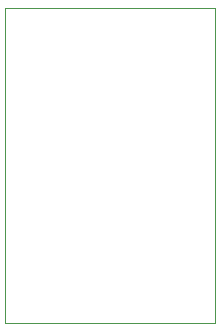
<source format=gbr>
G04*
G04 #@! TF.GenerationSoftware,Altium Limited,Altium Designer,23.1.1 (15)*
G04*
G04 Layer_Color=0*
%FSLAX44Y44*%
%MOMM*%
G71*
G04*
G04 #@! TF.SameCoordinates,2F936F8F-47D6-4811-9C51-17D86596E71E*
G04*
G04*
G04 #@! TF.FilePolarity,Positive*
G04*
G01*
G75*
%ADD22C,0.0254*%
D22*
X0Y0D02*
X177800D01*
Y266700D01*
X0D01*
Y0D01*
M02*

</source>
